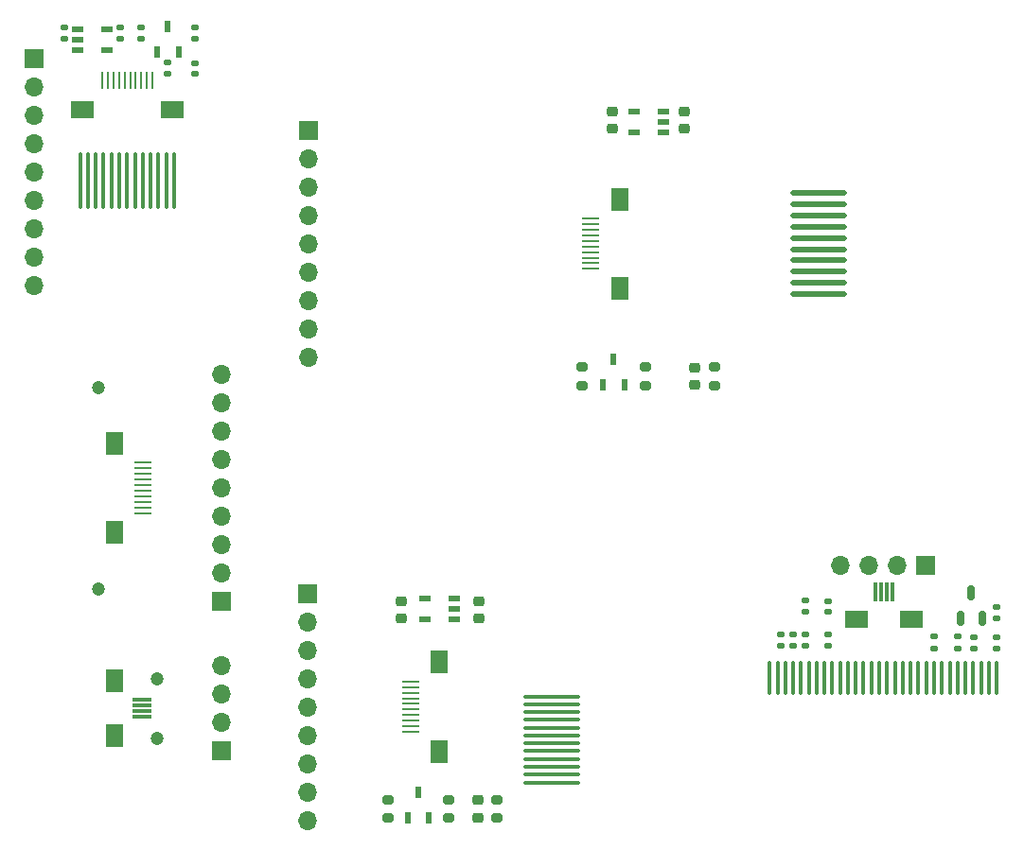
<source format=gts>
%TF.GenerationSoftware,KiCad,Pcbnew,(6.0.11)*%
%TF.CreationDate,2023-02-17T18:54:49+08:00*%
%TF.ProjectId,UINIO-Monitor,55494e49-4f2d-44d6-9f6e-69746f722e6b,Version 2.0.0*%
%TF.SameCoordinates,PXb7f3f68PY3f1b1b8*%
%TF.FileFunction,Soldermask,Top*%
%TF.FilePolarity,Negative*%
%FSLAX46Y46*%
G04 Gerber Fmt 4.6, Leading zero omitted, Abs format (unit mm)*
G04 Created by KiCad (PCBNEW (6.0.11)) date 2023-02-17 18:54:49*
%MOMM*%
%LPD*%
G01*
G04 APERTURE LIST*
G04 Aperture macros list*
%AMRoundRect*
0 Rectangle with rounded corners*
0 $1 Rounding radius*
0 $2 $3 $4 $5 $6 $7 $8 $9 X,Y pos of 4 corners*
0 Add a 4 corners polygon primitive as box body*
4,1,4,$2,$3,$4,$5,$6,$7,$8,$9,$2,$3,0*
0 Add four circle primitives for the rounded corners*
1,1,$1+$1,$2,$3*
1,1,$1+$1,$4,$5*
1,1,$1+$1,$6,$7*
1,1,$1+$1,$8,$9*
0 Add four rect primitives between the rounded corners*
20,1,$1+$1,$2,$3,$4,$5,0*
20,1,$1+$1,$4,$5,$6,$7,0*
20,1,$1+$1,$6,$7,$8,$9,0*
20,1,$1+$1,$8,$9,$2,$3,0*%
G04 Aperture macros list end*
%ADD10RoundRect,0.135000X-0.185000X0.135000X-0.185000X-0.135000X0.185000X-0.135000X0.185000X0.135000X0*%
%ADD11RoundRect,0.140000X0.170000X-0.140000X0.170000X0.140000X-0.170000X0.140000X-0.170000X-0.140000X0*%
%ADD12RoundRect,0.200000X0.275000X-0.200000X0.275000X0.200000X-0.275000X0.200000X-0.275000X-0.200000X0*%
%ADD13R,1.700000X1.700000*%
%ADD14O,1.700000X1.700000*%
%ADD15R,0.532000X1.070000*%
%ADD16C,1.200000*%
%ADD17RoundRect,0.135000X0.185000X-0.135000X0.185000X0.135000X-0.185000X0.135000X-0.185000X-0.135000X0*%
%ADD18R,1.000000X0.600000*%
%ADD19RoundRect,0.140000X-0.170000X0.140000X-0.170000X-0.140000X0.170000X-0.140000X0.170000X0.140000X0*%
%ADD20RoundRect,0.225000X0.250000X-0.225000X0.250000X0.225000X-0.250000X0.225000X-0.250000X-0.225000X0*%
%ADD21RoundRect,0.112500X-2.387500X-0.112500X2.387500X-0.112500X2.387500X0.112500X-2.387500X0.112500X0*%
%ADD22RoundRect,0.225000X-0.250000X0.225000X-0.250000X-0.225000X0.250000X-0.225000X0.250000X0.225000X0*%
%ADD23R,0.300000X1.800000*%
%ADD24R,2.000000X1.500000*%
%ADD25RoundRect,0.150000X0.150000X-0.512500X0.150000X0.512500X-0.150000X0.512500X-0.150000X-0.512500X0*%
%ADD26R,1.500000X0.280000*%
%ADD27R,1.500000X2.000000*%
%ADD28RoundRect,0.200000X-0.275000X0.200000X-0.275000X-0.200000X0.275000X-0.200000X0.275000X0.200000X0*%
%ADD29RoundRect,0.095000X0.095000X-2.405000X0.095000X2.405000X-0.095000X2.405000X-0.095000X-2.405000X0*%
%ADD30RoundRect,0.095000X-0.095000X1.405000X-0.095000X-1.405000X0.095000X-1.405000X0.095000X1.405000X0*%
%ADD31RoundRect,0.095000X2.405000X0.095000X-2.405000X0.095000X-2.405000X-0.095000X2.405000X-0.095000X0*%
%ADD32R,0.280000X1.500000*%
%ADD33R,1.800000X0.300000*%
G04 APERTURE END LIST*
D10*
%TO.C,R13*%
X-71959999Y-2990000D03*
X-71959999Y-4010000D03*
%TD*%
D11*
%TO.C,C14*%
X-71949999Y-7140000D03*
X-71949999Y-6180000D03*
%TD*%
D12*
%TO.C,R6*%
X-25479999Y-35015000D03*
X-25479999Y-33365000D03*
%TD*%
D13*
%TO.C,J2*%
X-61819999Y-12180000D03*
D14*
X-61819999Y-14720000D03*
X-61819999Y-17260000D03*
X-61819999Y-19800000D03*
X-61819999Y-22340000D03*
X-61819999Y-24880000D03*
X-61819999Y-27420000D03*
X-61819999Y-29960000D03*
X-61819999Y-32500000D03*
%TD*%
D15*
%TO.C,VT3*%
X-75309999Y-5145000D03*
X-73409999Y-5145000D03*
X-74359999Y-2875000D03*
%TD*%
D10*
%TO.C,R12*%
X-76749999Y-2990000D03*
X-76749999Y-4010000D03*
%TD*%
D16*
%TO.C,HOLE\u002A\u002A*%
X-80600000Y-53290000D03*
%TD*%
D17*
%TO.C,R14*%
X-5800000Y-58550000D03*
X-5800000Y-57530000D03*
%TD*%
D18*
%TO.C,U2*%
X-48744999Y-55978500D03*
X-48744999Y-55028500D03*
X-48744999Y-54078500D03*
X-51344999Y-54078500D03*
X-51344999Y-55978500D03*
%TD*%
D19*
%TO.C,C13*%
X-2300000Y-57600000D03*
X-2300000Y-58560000D03*
%TD*%
%TO.C,C7*%
X-15300000Y-54340000D03*
X-15300000Y-55300000D03*
%TD*%
D13*
%TO.C,J6*%
X-69590000Y-54380000D03*
D14*
X-69590000Y-51840000D03*
X-69590000Y-49300000D03*
X-69590000Y-46760000D03*
X-69590000Y-44220000D03*
X-69590000Y-41680000D03*
X-69590000Y-39140000D03*
X-69590000Y-36600000D03*
X-69590000Y-34060000D03*
%TD*%
D20*
%TO.C,C2*%
X-46659999Y-73705000D03*
X-46659999Y-72155000D03*
%TD*%
D21*
%TO.C,P1*%
X-16184999Y-17820000D03*
X-16184999Y-18830000D03*
X-16184999Y-19830000D03*
X-16184999Y-20830000D03*
X-16184999Y-21830000D03*
X-16184999Y-22830000D03*
X-16184999Y-23830000D03*
X-16184999Y-24830000D03*
X-16184999Y-25830000D03*
X-16184999Y-26830000D03*
%TD*%
D10*
%TO.C,R10*%
X-17360000Y-57350000D03*
X-17360000Y-58370000D03*
%TD*%
D22*
%TO.C,C6*%
X-53519999Y-54367500D03*
X-53519999Y-55917500D03*
%TD*%
D20*
%TO.C,C3*%
X-28129999Y-12025000D03*
X-28129999Y-10475000D03*
%TD*%
D11*
%TO.C,C10*%
X-18440000Y-58320000D03*
X-18440000Y-57360000D03*
%TD*%
D17*
%TO.C,R8*%
X-3710000Y-58550000D03*
X-3710000Y-57530000D03*
%TD*%
D19*
%TO.C,C12*%
X-230000Y-57600000D03*
X-230000Y-58560000D03*
%TD*%
D23*
%TO.C,FPC3*%
X-9569999Y-53515000D03*
X-10069999Y-53515000D03*
X-10569999Y-53515000D03*
X-11069999Y-53515000D03*
D24*
X-12769999Y-55965000D03*
X-7869999Y-55965000D03*
%TD*%
D25*
%TO.C,U3*%
X-3430000Y-55857500D03*
X-1530000Y-55857500D03*
X-2480000Y-53582500D03*
%TD*%
D11*
%TO.C,C8*%
X-240000Y-55860000D03*
X-240000Y-54900000D03*
%TD*%
%TO.C,C16*%
X-78659999Y-3960000D03*
X-78659999Y-3000000D03*
%TD*%
D22*
%TO.C,C5*%
X-34619999Y-10475000D03*
X-34619999Y-12025000D03*
%TD*%
D16*
%TO.C,HOLE\u002A\u002A*%
X-80600000Y-35190000D03*
%TD*%
D11*
%TO.C,C15*%
X-83639999Y-3960000D03*
X-83639999Y-3000000D03*
%TD*%
D26*
%TO.C,FPC6*%
X-76563500Y-46440000D03*
X-76563500Y-45940000D03*
X-76563500Y-45440000D03*
X-76563500Y-44940000D03*
X-76563500Y-44440000D03*
X-76563500Y-43940000D03*
X-76563500Y-43440000D03*
X-76563500Y-42940000D03*
X-76563500Y-42440000D03*
X-76563500Y-41940000D03*
D27*
X-79163500Y-40190000D03*
X-79163500Y-48190000D03*
%TD*%
D26*
%TO.C,FPC1*%
X-52658499Y-61540000D03*
X-52658499Y-62040000D03*
X-52658499Y-62540000D03*
X-52658499Y-63040000D03*
X-52658499Y-63540000D03*
X-52658499Y-64040000D03*
X-52658499Y-64540000D03*
X-52658499Y-65040000D03*
X-52658499Y-65540000D03*
X-52658499Y-66040000D03*
D27*
X-50058499Y-67790000D03*
X-50058499Y-59790000D03*
%TD*%
D13*
%TO.C,J5*%
X-69600000Y-67770000D03*
D14*
X-69600000Y-65230000D03*
X-69600000Y-62690000D03*
X-69600000Y-60150000D03*
%TD*%
D15*
%TO.C,VT1*%
X-35439999Y-34979000D03*
X-33539999Y-34979000D03*
X-34489999Y-32709000D03*
%TD*%
D17*
%TO.C,R11*%
X-74359999Y-7150000D03*
X-74359999Y-6130000D03*
%TD*%
D12*
%TO.C,R3*%
X-54669999Y-73745000D03*
X-54669999Y-72095000D03*
%TD*%
%TO.C,R2*%
X-31639999Y-35015000D03*
X-31639999Y-33365000D03*
%TD*%
D13*
%TO.C,J3*%
X-6539999Y-51150000D03*
D14*
X-9079999Y-51150000D03*
X-11619999Y-51150000D03*
X-14159999Y-51150000D03*
%TD*%
D28*
%TO.C,R4*%
X-49239999Y-72095000D03*
X-49239999Y-73745000D03*
%TD*%
D29*
%TO.C,P4*%
X-82215000Y-16650000D03*
X-81515000Y-16650000D03*
X-80815000Y-16650000D03*
X-80115000Y-16650000D03*
X-79415000Y-16650000D03*
X-78715000Y-16650000D03*
X-78015000Y-16650000D03*
X-77315000Y-16650000D03*
X-76615000Y-16650000D03*
X-75915000Y-16650000D03*
X-75215000Y-16650000D03*
X-74515000Y-16650000D03*
X-73775000Y-16650000D03*
%TD*%
D30*
%TO.C,P3*%
X-214999Y-61180000D03*
X-914999Y-61180000D03*
X-1614999Y-61180000D03*
X-2314999Y-61180000D03*
X-3014999Y-61180000D03*
X-3714999Y-61180000D03*
X-4414999Y-61180000D03*
X-5114999Y-61180000D03*
X-5814999Y-61180000D03*
X-6514999Y-61180000D03*
X-7214999Y-61180000D03*
X-7914999Y-61180000D03*
X-8624999Y-61180000D03*
X-9324999Y-61180000D03*
X-10024999Y-61180000D03*
X-10724999Y-61180000D03*
X-11424999Y-61180000D03*
X-12124999Y-61180000D03*
X-12824999Y-61180000D03*
X-13524999Y-61180000D03*
X-14224999Y-61180000D03*
X-14924999Y-61180000D03*
X-15624999Y-61180000D03*
X-16324999Y-61180000D03*
X-17024999Y-61180000D03*
X-17724999Y-61180000D03*
X-18434999Y-61180000D03*
X-19134999Y-61180000D03*
X-19824999Y-61180000D03*
X-20524999Y-61180000D03*
%TD*%
D11*
%TO.C,C11*%
X-19510000Y-58320000D03*
X-19510000Y-57360000D03*
%TD*%
D18*
%TO.C,U4*%
X-82439999Y-3100000D03*
X-82439999Y-4050000D03*
X-82439999Y-5000000D03*
X-79839999Y-5000000D03*
X-79839999Y-3100000D03*
%TD*%
D15*
%TO.C,VT2*%
X-52915999Y-73709000D03*
X-51015999Y-73709000D03*
X-51965999Y-71439000D03*
%TD*%
D16*
%TO.C,HOLE\u002A\u002A*%
X-75350000Y-66650000D03*
%TD*%
D10*
%TO.C,R9*%
X-15300000Y-57350000D03*
X-15300000Y-58370000D03*
%TD*%
%TO.C,R7*%
X-17360000Y-54290000D03*
X-17360000Y-55310000D03*
%TD*%
D18*
%TO.C,U1*%
X-30069999Y-12372000D03*
X-30069999Y-11422000D03*
X-30069999Y-10472000D03*
X-32669999Y-10472000D03*
X-32669999Y-12372000D03*
%TD*%
D13*
%TO.C,J1*%
X-61849999Y-53640000D03*
D14*
X-61849999Y-56180000D03*
X-61849999Y-58720000D03*
X-61849999Y-61260000D03*
X-61849999Y-63800000D03*
X-61849999Y-66340000D03*
X-61849999Y-68880000D03*
X-61849999Y-71420000D03*
X-61849999Y-73960000D03*
%TD*%
D12*
%TO.C,R5*%
X-44919999Y-73755000D03*
X-44919999Y-72105000D03*
%TD*%
D22*
%TO.C,C4*%
X-46569999Y-54367500D03*
X-46569999Y-55917500D03*
%TD*%
D31*
%TO.C,P2*%
X-39999999Y-70570000D03*
X-39999999Y-69870000D03*
X-39999999Y-69170000D03*
X-39999999Y-68470000D03*
X-39999999Y-67770000D03*
X-39999999Y-67070000D03*
X-39999999Y-66370000D03*
X-39999999Y-65670000D03*
X-39999999Y-64970000D03*
X-39999999Y-64270000D03*
X-39999999Y-63570000D03*
X-39999999Y-62870000D03*
%TD*%
D32*
%TO.C,FPC4*%
X-75739999Y-7710000D03*
X-76239999Y-7710000D03*
X-76739999Y-7710000D03*
X-77239999Y-7710000D03*
X-77739999Y-7710000D03*
X-78239999Y-7710000D03*
X-78739999Y-7710000D03*
X-79239999Y-7710000D03*
X-79739999Y-7710000D03*
X-80239999Y-7710000D03*
D24*
X-81989999Y-10310000D03*
X-73989999Y-10310000D03*
%TD*%
D26*
%TO.C,FPC2*%
X-36549999Y-20080000D03*
X-36549999Y-20580000D03*
X-36549999Y-21080000D03*
X-36549999Y-21580000D03*
X-36549999Y-22080000D03*
X-36549999Y-22580000D03*
X-36549999Y-23080000D03*
X-36549999Y-23580000D03*
X-36549999Y-24080000D03*
X-36549999Y-24580000D03*
D27*
X-33949999Y-26330000D03*
X-33949999Y-18330000D03*
%TD*%
D16*
%TO.C,HOLE\u002A\u002A*%
X-75350000Y-61260000D03*
%TD*%
D28*
%TO.C,R1*%
X-37319999Y-33365000D03*
X-37319999Y-35015000D03*
%TD*%
D13*
%TO.C,J4*%
X-86349999Y-5770000D03*
D14*
X-86349999Y-8310000D03*
X-86349999Y-10850000D03*
X-86349999Y-13390000D03*
X-86349999Y-15930000D03*
X-86349999Y-18470000D03*
X-86349999Y-21010000D03*
X-86349999Y-23550000D03*
X-86349999Y-26090000D03*
%TD*%
D33*
%TO.C,FPC5*%
X-76663500Y-64680000D03*
X-76663500Y-64180000D03*
X-76663500Y-63680000D03*
X-76663500Y-63180000D03*
D27*
X-79113500Y-61480000D03*
X-79113500Y-66380000D03*
%TD*%
D22*
%TO.C,C1*%
X-27239999Y-33415000D03*
X-27239999Y-34965000D03*
%TD*%
M02*

</source>
